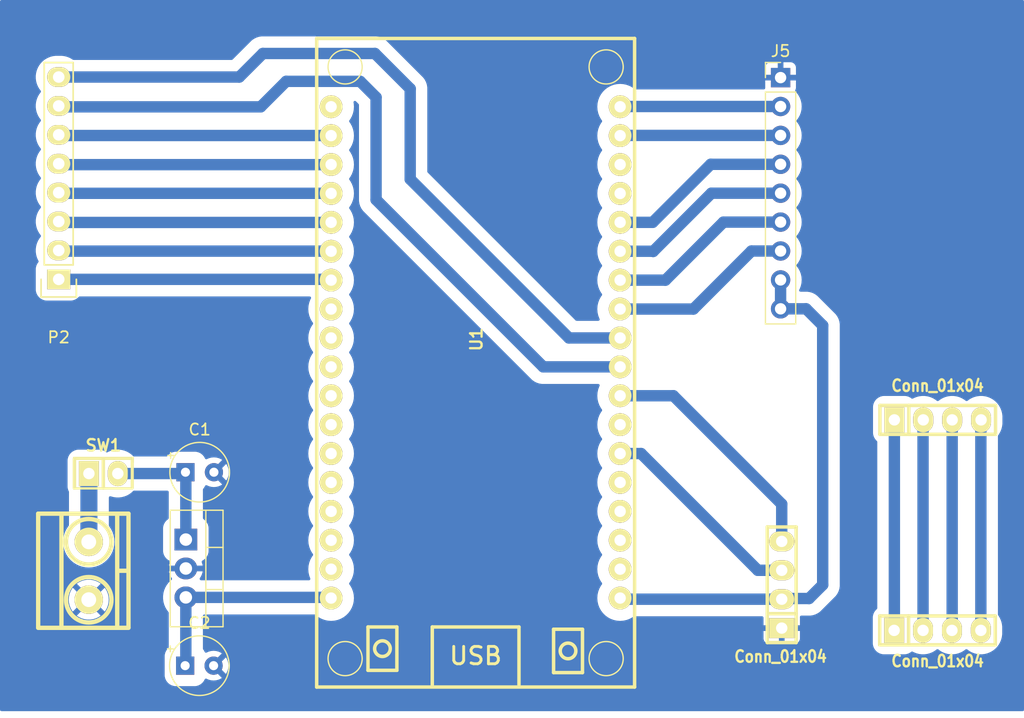
<source format=kicad_pcb>
(kicad_pcb (version 20240108) (generator "pcbnew") (generator_version "8.0")
  (layers (0 "F.Cu" signal) (31 "B.Cu" signal) (34 "B.Paste" user) (35 "F.Paste" user) (36 "B.SilkS" user "B.Silkscreen") (37 "F.SilkS" user "F.Silkscreen") (38 "B.Mask" user) (39 "F.Mask" user) (44 "Edge.Cuts" user))
  (net 0 "")
  (net 1 "Net-(J1-Pin_4)")
  (net 2 "Net-(J1-Pin_2)")
  (net 3 "Net-(J1-Pin_3)")
  (net 4 "Net-(J1-Pin_1)")
  (net 5 "SCK(HX711)")
  (net 6 "D(HX711)")
  (net 7 "GND")
  (net 8 "+3.3V")
  (net 9 "SDI(MOSI)")
  (net 10 "SCK")
  (net 11 "CS")
  (net 12 "RST")
  (net 13 "D{slash}C")
  (net 14 "D6")
  (net 15 "D5")
  (net 16 "D4")
  (net 17 "D1")
  (net 18 "D7")
  (net 19 "D2")
  (net 20 "D3")
  (net 21 "D8")
  (net 22 "VCC")
  (net 23 "Net-(U1-VIN)")
  (net 40 "SDI(MISO)")
  (net 43 "Net-(U2-IN)")
  (footprint "EESTN5:pin_strip_4" (layer "F.Cu") (at 197.41 114.4)
    (property "Reference" "J1" (hide yes))
    (property "Value" "Conn_01x04" (at -0.01 -3 0) (layer "F.SilkS") (effects (font (size 1.016 0.889) (thickness 0.2032))))
    (fp_line (start -5.08 -1.27) (end 5.08 -1.27) (stroke (width 0.3048)) (layer "F.SilkS"))
    (fp_line (start -5.08 1.27) (end -5.08 -1.27) (stroke (width 0.3048)) (layer "F.SilkS"))
    (fp_line (start -2.54 -1.27) (end -2.54 1.27) (stroke (width 0.3048)) (layer "F.SilkS"))
    (fp_line (start 5.08 -1.27) (end 5.08 1.27) (stroke (width 0.3048)) (layer "F.SilkS"))
    (fp_line (start 5.08 1.27) (end -5.08 1.27) (stroke (width 0.3048)) (layer "F.SilkS"))
    (pad "1" thru_hole rect (at -3.81 0) (size 1.75 2.2) (drill 1.00076) (layers "*.Cu" "*.Mask" "F.SilkS") (net 4 "Net-(J1-Pin_1)"))
    (pad "2" thru_hole oval (at -1.27 0) (size 1.75 2.2) (drill 1.00076) (layers "*.Cu" "*.Mask" "F.SilkS") (net 2 "Net-(J1-Pin_2)"))
    (pad "3" thru_hole oval (at 1.27 0) (size 1.75 2.2) (drill 1.00076) (layers "*.Cu" "*.Mask" "F.SilkS") (net 3 "Net-(J1-Pin_3)"))
    (pad "4" thru_hole oval (at 3.81 0) (size 1.75 2.2) (drill 1.00076) (layers "*.Cu" "*.Mask" "F.SilkS") (net 1 "Net-(J1-Pin_4)"))
  )
  (footprint "Package_TO_SOT_THT:TO-220-3_Vertical" (layer "F.Cu") (at 131.33125 124.92 -90)
    (property "Reference" "U2" (hide yes))
    (property "Value" "L7805")
    (fp_line (start -2.58 1.371) (end 7.66 1.371) (stroke (width 0.12)) (layer "F.SilkS"))
    (fp_line (start -2.58 -1.76) (end 7.66 -1.76) (stroke (width 0.12)) (layer "F.SilkS"))
    (fp_line (start -2.58 -3.27) (end -2.58 1.371) (stroke (width 0.12)) (layer "F.SilkS"))
    (fp_line (start -2.58 -3.27) (end 7.66 -3.27) (stroke (width 0.12)) (layer "F.SilkS"))
    (fp_line (start 0.69 -3.27) (end 0.69 -1.76) (stroke (width 0.12)) (layer "F.SilkS"))
    (fp_line (start 4.391 -3.27) (end 4.391 -1.76) (stroke (width 0.12)) (layer "F.SilkS"))
    (fp_line (start 7.66 -3.27) (end 7.66 1.371) (stroke (width 0.12)) (layer "F.SilkS"))
    (pad "1" thru_hole rect (at 0 0 270) (size 1.905 2) (drill 1.1) (layers "*.Cu" "*.Mask") (net 43 "Net-(U2-IN)"))
    (pad "2" thru_hole oval (at 2.54 0 270) (size 1.905 2) (drill 1.1) (layers "*.Cu" "*.Mask") (net 7 "GND"))
    (pad "3" thru_hole oval (at 5.08 0 270) (size 1.905 2) (drill 1.1) (layers "*.Cu" "*.Mask") (net 23 "Net-(U1-VIN)"))
  )
  (footprint "Capacitor_THT:CP_Radial_Tantal_D5.0mm_P2.50mm" (layer "F.Cu") (at 131.271138 136)
    (property "Reference" "C2" (at 1.25 -3.75 360) (layer "F.SilkS"))
    (property "Value" "C")
    (fp_line (start -1.554775 -1.475) (end -1.054775 -1.475) (stroke (width 0.12)) (layer "F.SilkS"))
    (fp_line (start -1.304775 -1.725) (end -1.304775 -1.225) (stroke (width 0.12)) (layer "F.SilkS"))
    (fp_circle (center 1.25 0) (end 3.87 0) (stroke (width 0.12)) (fill none) (layer "F.SilkS"))
    (pad "1" thru_hole rect (at 0 0) (size 1.6 1.6) (drill 0.8) (layers "*.Cu" "*.Mask") (net 23 "Net-(U1-VIN)"))
    (pad "2" thru_hole circle (at 2.5 0) (size 1.6 1.6) (drill 0.8) (layers "*.Cu" "*.Mask") (net 7 "GND"))
  )
  (footprint "EESTN5:pin_strip_4" (layer "F.Cu") (at 183.7 128.89 90)
    (property "Reference" "J3" (hide yes))
    (property "Value" "Conn_01x04" (at -6.31 -0.1 0) (layer "F.SilkS") (effects (font (size 1.016 0.889) (thickness 0.2032))))
    (fp_line (start 5.08 -1.27) (end 5.08 1.27) (stroke (width 0.3048)) (layer "F.SilkS"))
    (fp_line (start -2.54 -1.27) (end -2.54 1.27) (stroke (width 0.3048)) (layer "F.SilkS"))
    (fp_line (start -5.08 -1.27) (end 5.08 -1.27) (stroke (width 0.3048)) (layer "F.SilkS"))
    (fp_line (start 5.08 1.27) (end -5.08 1.27) (stroke (width 0.3048)) (layer "F.SilkS"))
    (fp_line (start -5.08 1.27) (end -5.08 -1.27) (stroke (width 0.3048)) (layer "F.SilkS"))
    (pad "1" thru_hole rect (at -3.81 0 90) (size 1.75 2.2) (drill 1.00076) (layers "*.Cu" "*.Mask" "F.SilkS") (net 7 "GND"))
    (pad "2" thru_hole oval (at -1.27 0 90) (size 1.75 2.2) (drill 1.00076) (layers "*.Cu" "*.Mask" "F.SilkS") (net 8 "+3.3V"))
    (pad "3" thru_hole oval (at 1.27 0 90) (size 1.75 2.2) (drill 1.00076) (layers "*.Cu" "*.Mask" "F.SilkS") (net 5 "SCK(HX711)"))
    (pad "4" thru_hole oval (at 3.81 0 90) (size 1.75 2.2) (drill 1.00076) (layers "*.Cu" "*.Mask" "F.SilkS") (net 6 "D(HX711)"))
  )
  (footprint "EESTN5:Pin_Header_Straight_1x08" (layer "F.Cu") (at 120.16 102.05 180)
    (property "Reference" "P2" (at 0 -5.1 0) (layer "F.SilkS"))
    (property "Value" "Tablero")
    (fp_line (start 1.55 -1.55) (end 1.55 0) (stroke (width 0.15)) (layer "F.SilkS"))
    (fp_line (start 1.27 19.05) (end -1.27 19.05) (stroke (width 0.15)) (layer "F.SilkS"))
    (fp_line (start 1.27 1.27) (end 1.27 19.05) (stroke (width 0.15)) (layer "F.SilkS"))
    (fp_line (start 1.27 1.27) (end -1.27 1.27) (stroke (width 0.15)) (layer "F.SilkS"))
    (fp_line (start -1.27 19.05) (end -1.27 1.27) (stroke (width 0.15)) (layer "F.SilkS"))
    (fp_line (start -1.55 0) (end -1.55 -1.55) (stroke (width 0.15)) (layer "F.SilkS"))
    (fp_line (start -1.55 -1.55) (end 1.55 -1.55) (stroke (width 0.15)) (layer "F.SilkS"))
    (pad "1" thru_hole rect (at 0 0 180) (size 2.032 1.7272) (drill 1.016) (layers "*.Cu" "*.Mask" "F.SilkS") (net 17 "D1"))
    (pad "2" thru_hole oval (at 0 2.54 180) (size 2.032 1.7272) (drill 1.016) (layers "*.Cu" "*.Mask" "F.SilkS") (net 19 "D2"))
    (pad "3" thru_hole oval (at 0 5.08 180) (size 2.032 1.7272) (drill 1.016) (layers "*.Cu" "*.Mask" "F.SilkS") (net 20 "D3"))
    (pad "4" thru_hole oval (at 0 7.62 180) (size 2.032 1.7272) (drill 1.016) (layers "*.Cu" "*.Mask" "F.SilkS") (net 16 "D4"))
    (pad "5" thru_hole oval (at 0 10.16 180) (size 2.032 1.7272) (drill 1.016) (layers "*.Cu" "*.Mask" "F.SilkS") (net 15 "D5"))
    (pad "6" thru_hole oval (at 0 12.7 180) (size 2.032 1.7272) (drill 1.016) (layers "*.Cu" "*.Mask" "F.SilkS") (net 14 "D6"))
    (pad "7" thru_hole oval (at 0 15.24 180) (size 2.032 1.7272) (drill 1.016) (layers "*.Cu" "*.Mask" "F.SilkS") (net 18 "D7"))
    (pad "8" thru_hole oval (at 0 17.78 180) (size 2.032 1.7272) (drill 1.016) (layers "*.Cu" "*.Mask" "F.SilkS") (net 21 "D8"))
  )
  (footprint "EESTN5:BORNERA2_AZUL" (layer "F.Cu") (at 122.8 127.66 90)
    (property "Reference" "J4" (hide yes))
    (property "Value" "TB_1X2" (hide yes))
    (fp_line (start 5.0165 -4.445) (end -4.9835 -4.445) (stroke (width 0.381)) (layer "F.SilkS"))
    (fp_line (start -5.0165 -4.445) (end -5.0165 3.4925) (stroke (width 0.381)) (layer "F.SilkS"))
    (fp_line (start -5 -2.4) (end 5 -2.4) (stroke (width 0.381)) (layer "F.SilkS"))
    (fp_line (start -5 2.5) (end 5 2.5) (stroke (width 0.381)) (layer "F.SilkS"))
    (fp_line (start 0 2.54) (end 0 3.4845) (stroke (width 0.381)) (layer "F.SilkS"))
    (fp_line (start 5.0165 3.4925) (end 5.0165 -4.445) (stroke (width 0.381)) (layer "F.SilkS"))
    (fp_line (start -4.9835 3.4925) (end 5.0165 3.4925) (stroke (width 0.381)) (layer "F.SilkS"))
    (fp_circle (center 2.55 0) (end 0.55 0) (stroke (width 0.381)) (fill none) (layer "F.SilkS"))
    (fp_circle (center -2.55 0) (end -0.55 0) (stroke (width 0.381)) (fill none) (layer "F.SilkS"))
    (pad "1" thru_hole circle (at -2.54 0 90) (size 2.5 2.5) (drill 1.3) (layers "*.Cu" "*.Mask" "F.SilkS") (net 7 "GND"))
    (pad "2" thru_hole circle (at 2.54 0 90) (size 2.5 2.5) (drill 1.3) (layers "*.Cu" "*.Mask" "F.SilkS") (net 22 "VCC"))
  )
  (footprint "EESTN5:ESP32_DEVKIT_V1_DOIT" (layer "F.Cu") (at 156.8 107.2 -90)
    (property "Reference" "U1" (at 0.127 -0.0635 90) (layer "F.SilkS") (effects (font (size 1.016 1.016) (thickness 0.2032))))
    (property "Value" "ESP32_DevKit_V1_DOIT" (hide yes))
    (fp_line (start -26.32 13.97) (end 30.68 13.97) (stroke (width 0.3048)) (layer "F.SilkS"))
    (fp_line (start 30.68 13.97) (end 30.68 -13.97) (stroke (width 0.3048)) (layer "F.SilkS"))
    (fp_line (start 25.4 9.46) (end 25.4 6.92) (stroke (width 0.3048)) (layer "F.SilkS"))
    (fp_line (start 29.21 9.46) (end 25.4 9.46) (stroke (width 0.3048)) (layer "F.SilkS"))
    (fp_line (start 25.4 6.92) (end 29.21 6.92) (stroke (width 0.3048)) (layer "F.SilkS"))
    (fp_line (start 29.21 6.92) (end 29.21 9.46) (stroke (width 0.3048)) (layer "F.SilkS"))
    (fp_line (start 25.4 3.81) (end 30.48 3.81) (stroke (width 0.3048)) (layer "F.SilkS"))
    (fp_line (start 25.4 -3.81) (end 25.4 3.81) (stroke (width 0.3048)) (layer "F.SilkS"))
    (fp_line (start 30.48 -3.81) (end 25.4 -3.81) (stroke (width 0.3048)) (layer "F.SilkS"))
    (fp_line (start 25.6 -6.85) (end 29.41 -6.85) (stroke (width 0.3048)) (layer "F.SilkS"))
    (fp_line (start 29.41 -6.85) (end 29.41 -9.39) (stroke (width 0.3048)) (layer "F.SilkS"))
    (fp_line (start 25.6 -9.39) (end 25.6 -6.85) (stroke (width 0.3048)) (layer "F.SilkS"))
    (fp_line (start 29.41 -9.39) (end 25.6 -9.39) (stroke (width 0.3048)) (layer "F.SilkS"))
    (fp_line (start -26.32 -13.97) (end -26.32 13.97) (stroke (width 0.3048)) (layer "F.SilkS"))
    (fp_line (start -26.32 -13.97) (end 30.68 -13.97) (stroke (width 0.3048)) (layer "F.SilkS"))
    (fp_circle (center -23.82 11.47) (end -22.32 11.47) (stroke (width 0.12)) (fill none) (layer "F.SilkS"))
    (fp_circle (center 28.18 11.47) (end 29.68 11.47) (stroke (width 0.12)) (fill none) (layer "F.SilkS"))
    (fp_circle (center 27.305 8.19) (end 27.8765 8.571) (stroke (width 0.3048)) (fill none) (layer "F.SilkS"))
    (fp_circle (center 27.505 -8.12) (end 28.0765 -7.739) (stroke (width 0.3048)) (fill none) (layer "F.SilkS"))
    (fp_circle (center -23.82 -11.47) (end -22.32 -11.47) (stroke (width 0.12)) (fill none) (layer "F.SilkS"))
    (fp_circle (center 28.18 -11.47) (end 29.68 -11.47) (stroke (width 0.12)) (fill none) (layer "F.SilkS"))
    (fp_text user "USB" (at 27.94 0 0) (layer "F.SilkS") (effects (font (size 1.524 1.524) (thickness 0.254))))
    (pad "1" thru_hole circle (at -20.32 12.7 90) (size 2 2) (drill 1) (layers "*.Cu" "*.Mask" "F.SilkS"))
    (pad "2" thru_hole circle (at -17.78 12.7 90) (size 2 2) (drill 1) (layers "*.Cu" "*.Mask" "F.SilkS") (net 14 "D6"))
    (pad "3" thru_hole circle (at -15.24 12.7 90) (size 2 2) (drill 1) (layers "*.Cu" "*.Mask" "F.SilkS") (net 15 "D5"))
    (pad "4" thru_hole circle (at -12.7 12.7 90) (size 2 2) (drill 1) (layers "*.Cu" "*.Mask" "F.SilkS") (net 16 "D4"))
    (pad "5" thru_hole circle (at -10.16 12.7 90) (size 2 2) (drill 1) (layers "*.Cu" "*.Mask" "F.SilkS") (net 20 "D3"))
    (pad "6" thru_hole circle (at -7.62 12.7 90) (size 2 2) (drill 1) (layers "*.Cu" "*.Mask" "F.SilkS") (net 19 "D2"))
    (pad "7" thru_hole circle (at -5.08 12.7 90) (size 2 2) (drill 1) (layers "*.Cu" "*.Mask" "F.SilkS") (net 17 "D1"))
    (pad "8" thru_hole circle (at -2.54 12.7 90) (size 2 2) (drill 1) (layers "*.Cu" "*.Mask" "F.SilkS"))
    (pad "9" thru_hole circle (at 0 12.7 90) (size 2 2) (drill 1) (layers "*.Cu" "*.Mask" "F.SilkS"))
    (pad "10" thru_hole circle (at 2.54 12.7 90) (size 2 2) (drill 1) (layers "*.Cu" "*.Mask" "F.SilkS"))
    (pad "11" thru_hole circle (at 5.08 12.7 90) (size 2 2) (drill 1) (layers "*.Cu" "*.Mask" "F.SilkS"))
    (pad "12" thru_hole circle (at 7.62 12.7 90) (size 2 2) (drill 1) (layers "*.Cu" "*.Mask" "F.SilkS"))
    (pad "13" thru_hole circle (at 10.16 12.7 90) (size 2 2) (drill 1) (layers "*.Cu" "*.Mask" "F.SilkS"))
    (pad "14" thru_hole circle (at 12.7 12.7 90) (size 2 2) (drill 1) (layers "*.Cu" "*.Mask" "F.SilkS"))
    (pad "15" thru_hole circle (at 15.24 12.7 90) (size 2 2) (drill 1) (layers "*.Cu" "*.Mask" "F.SilkS"))
    (pad "16" thru_hole circle (at 17.78 12.7 90) (size 2 2) (drill 1) (layers "*.Cu" "*.Mask" "F.SilkS"))
    (pad "17" thru_hole circle (at 20.32 12.7 90) (size 2 2) (drill 1) (layers "*.Cu" "*.Mask" "F.SilkS"))
    (pad "18" thru_hole circle (at 22.86 12.7 90) (size 2 2) (drill 1) (layers "*.Cu" "*.Mask" "F.SilkS") (net 23 "Net-(U1-VIN)"))
    (pad "19" thru_hole circle (at 22.86 -12.7 90) (size 2 2) (drill 1) (layers "*.Cu" "*.Mask" "F.SilkS") (net 8 "+3.3V"))
    (pad "20" thru_hole circle (at 20.32 -12.7 90) (size 2 2) (drill 1) (layers "*.Cu" "*.Mask" "F.SilkS"))
    (pad "21" thru_hole circle (at 17.78 -12.7 90) (size 2 2) (drill 1) (layers "*.Cu" "*.Mask" "F.SilkS"))
    (pad "22" thru_hole circle (at 15.24 -12.7 90) (size 2 2) (drill 1) (layers "*.Cu" "*.Mask" "F.SilkS"))
    (pad "23" thru_hole circle (at 12.7 -12.7 90) (size 2 2) (drill 1) (layers "*.Cu" "*.Mask" "F.SilkS"))
    (pad "24" thru_hole circle (at 10.16 -12.7 90) (size 2 2) (drill 1) (layers "*.Cu" "*.Mask" "F.SilkS") (net 5 "SCK(HX711)"))
    (pad "25" thru_hole circle (at 7.62 -12.7 90) (size 2 2) (drill 1) (layers "*.Cu" "*.Mask" "F.SilkS"))
    (pad "26" thru_hole circle (at 5.08 -12.7 90) (size 2 2) (drill 1) (layers "*.Cu" "*.Mask" "F.SilkS") (net 6 "D(HX711)"))
    (pad "27" thru_hole circle (at 2.54 -12.7 90) (size 2 2) (drill 1) (layers "*.Cu" "*.Mask" "F.SilkS") (net 18 "D7"))
    (pad "28" thru_hole circle (at 0 -12.7 90) (size 2 2) (drill 1) (layers "*.Cu" "*.Mask" "F.SilkS") (net 21 "D8"))
    (pad "29" thru_hole circle (at -2.54 -12.7 90) (size 2 2) (drill 1) (layers "*.Cu" "*.Mask" "F.SilkS") (net 11 "CS"))
    (pad "30" thru_hole circle (at -5.08 -12.7 90) (size 2 2) (drill 1) (layers "*.Cu" "*.Mask" "F.SilkS") (net 10 "SCK"))
    (pad "31" thru_hole circle (at -7.62 -12.7 90) (size 2 2) (drill 1) (layers "*.Cu" "*.Mask" "F.SilkS") (net 40 "SDI(MISO)"))
    (pad "32" thru_hole circle (at -10.16 -12.7 90) (size 2 2) (drill 1) (layers "*.Cu" "*.Mask" "F.SilkS") (net 12 "RST"))
    (pad "33" thru_hole circle (at -12.7 -12.7 90) (size 2 2) (drill 1) (layers "*.Cu" "*.Mask" "F.SilkS"))
    (pad "34" thru_hole circle (at -15.24 -12.7 90) (size 2 2) (drill 1) (layers "*.Cu" "*.Mask" "F.SilkS"))
    (pad "35" thru_hole circle (at -17.78 -12.7 90) (size 2 2) (drill 1) (layers "*.Cu" "*.Mask" "F.SilkS") (net 13 "D{slash}C"))
    (pad "36" thru_hole circle (at -20.32 -12.7 90) (size 2 2) (drill 1) (layers "*.Cu" "*.Mask" "F.SilkS") (net 9 "SDI(MOSI)"))
  )
  (footprint "EESTN5:pin_strip_4" (layer "F.Cu") (at 197.39 132.9)
    (property "Reference" "J2" (hide yes))
    (property "Value" "Conn_01x04" (at 0.01 2.7 0) (layer "F.SilkS") (effects (font (size 1.016 0.889) (thickness 0.2032))))
    (fp_line (start -5.08 -1.27) (end 5.08 -1.27) (stroke (width 0.3048)) (layer "F.SilkS"))
    (fp_line (start -5.08 1.27) (end -5.08 -1.27) (stroke (width 0.3048)) (layer "F.SilkS"))
    (fp_line (start -2.54 -1.27) (end -2.54 1.27) (stroke (width 0.3048)) (layer "F.SilkS"))
    (fp_line (start 5.08 -1.27) (end 5.08 1.27) (stroke (width 0.3048)) (layer "F.SilkS"))
    (fp_line (start 5.08 1.27) (end -5.08 1.27) (stroke (width 0.3048)) (layer "F.SilkS"))
    (pad "1" thru_hole rect (at -3.81 0) (size 1.75 2.2) (drill 1.00076) (layers "*.Cu" "*.Mask" "F.SilkS") (net 4 "Net-(J1-Pin_1)"))
    (pad "2" thru_hole oval (at -1.27 0) (size 1.75 2.2) (drill 1.00076) (layers "*.Cu" "*.Mask" "F.SilkS") (net 2 "Net-(J1-Pin_2)"))
    (pad "3" thru_hole oval (at 1.27 0) (size 1.75 2.2) (drill 1.00076) (layers "*.Cu" "*.Mask" "F.SilkS") (net 3 "Net-(J1-Pin_3)"))
    (pad "4" thru_hole oval (at 3.81 0) (size 1.75 2.2) (drill 1.00076) (layers "*.Cu" "*.Mask" "F.SilkS") (net 1 "Net-(J1-Pin_4)"))
  )
  (footprint "EESTN5:Pin_Header_2" (layer "F.Cu") (at 124.0832 118.8)
    (property "Reference" "SW1" (at 0 -2.159 0) (layer "F.SilkS") (effects (font (size 1.016 1.016) (thickness 0.2032))))
    (property "Value" "SW_Push" (hide yes))
    (fp_line (start -2.6035 -0.889) (end -2.6035 -1.0795) (stroke (width 0.15)) (layer "F.SilkS"))
    (fp_line (start -2.54 -0.9525) (end 2.54 -0.9525) (stroke (width 0.15)) (layer "F.SilkS"))
    (fp_line (start -2.54 1.5875) (end -2.54 -0.9525) (stroke (width 0.3048)) (layer "F.SilkS"))
    (fp_line (start 0 -0.9525) (end 0 1.5875) (stroke (width 0.3048)) (layer "F.SilkS"))
    (fp_line (start 2.4765 -1.016) (end 2.4765 1.5875) (stroke (width 0.15)) (layer "F.SilkS"))
    (fp_line (start 2.54 1.5875) (end -2.54 1.5875) (stroke (width 0.15)) (layer "F.SilkS"))
    (fp_line (start 2.54 1.651) (end -2.6035 1.651) (stroke (width 0.15)) (layer "F.SilkS"))
    (fp_line (start 2.54 1.651) (end 2.54 -1.016) (stroke (width 0.15)) (layer "F.SilkS"))
    (fp_line (start 2.6035 -1.0795) (end -2.54 -1.0795) (stroke (width 0.15)) (layer "F.SilkS"))
    (fp_line (start 2.6035 -1.0795) (end 2.6035 -0.6985) (stroke (width 0.15)) (layer "F.SilkS"))
    (fp_line (start 2.6035 1.5875) (end 2.6035 -0.9525) (stroke (width 0.15)) (layer "F.SilkS"))
    (pad "1" thru_hole rect (at -1.27 0.3175) (size 1.75 2.19964) (drill 1.00076) (layers "*.Cu" "*.Mask" "F.SilkS") (net 22 "VCC"))
    (pad "2" thru_hole oval (at 1.27 0.3175) (size 1.75 2.19964) (drill 1.00076) (layers "*.Cu" "*.Mask" "F.SilkS") (net 43 "Net-(U2-IN)"))
  )
  (footprint "Connector_PinHeader_2.54mm:PinHeader_1x09_P2.54mm_Vertical" (layer "F.Cu") (at 183.6 84.32)
    (property "Reference" "J5" (at 0 -2.33 0) (layer "F.SilkS"))
    (property "Value" "ILI9341")
    (fp_line (start -1.33 -1.33) (end 0 -1.33) (stroke (width 0.12)) (layer "F.SilkS"))
    (fp_line (start -1.33 0) (end -1.33 -1.33) (stroke (width 0.12)) (layer "F.SilkS"))
    (fp_line (start -1.33 1.27) (end -1.33 21.65) (stroke (width 0.12)) (layer "F.SilkS"))
    (fp_line (start -1.33 1.27) (end 1.33 1.27) (stroke (width 0.12)) (layer "F.SilkS"))
    (fp_line (start -1.33 21.65) (end 1.33 21.65) (stroke (width 0.12)) (layer "F.SilkS"))
    (fp_line (start 1.33 1.27) (end 1.33 21.65) (stroke (width 0.12)) (layer "F.SilkS"))
    (pad "1" thru_hole rect (at 0 0) (size 1.7 1.7) (drill 1) (layers "*.Cu" "*.Mask") (net 7 "GND"))
    (pad "2" thru_hole oval (at 0 2.54) (size 1.7 1.7) (drill 1) (layers "*.Cu" "*.Mask") (net 9 "SDI(MOSI)"))
    (pad "3" thru_hole oval (at 0 5.08) (size 1.7 1.7) (drill 1) (layers "*.Cu" "*.Mask") (net 13 "D{slash}C"))
    (pad "4" thru_hole oval (at 0 7.62) (size 1.7 1.7) (drill 1) (layers "*.Cu" "*.Mask") (net 12 "RST"))
    (pad "5" thru_hole oval (at 0 10.16) (size 1.7 1.7) (drill 1) (layers "*.Cu" "*.Mask") (net 40 "SDI(MISO)"))
    (pad "6" thru_hole oval (at 0 12.7) (size 1.7 1.7) (drill 1) (layers "*.Cu" "*.Mask") (net 10 "SCK"))
    (pad "7" thru_hole oval (at 0 15.24) (size 1.7 1.7) (drill 1) (layers "*.Cu" "*.Mask") (net 11 "CS"))
    (pad "8" thru_hole oval (at 0 17.78) (size 1.7 1.7) (drill 1) (layers "*.Cu" "*.Mask") (net 8 "+3.3V"))
    (pad "9" thru_hole oval (at 0 20.32) (size 1.7 1.7) (drill 1) (layers "*.Cu" "*.Mask") (net 8 "+3.3V"))
  )
  (footprint "Capacitor_THT:CP_Radial_Tantal_D5.0mm_P2.50mm" (layer "F.Cu") (at 131.3 119)
    (property "Reference" "C1" (at 1.25 -3.75 360) (layer "F.SilkS"))
    (property "Value" "C")
    (fp_line (start -1.554775 -1.475) (end -1.054775 -1.475) (stroke (width 0.12)) (layer "F.SilkS"))
    (fp_line (start -1.304775 -1.725) (end -1.304775 -1.225) (stroke (width 0.12)) (layer "F.SilkS"))
    (fp_circle (center 1.25 0) (end 3.87 0) (stroke (width 0.12)) (fill none) (layer "F.SilkS"))
    (pad "1" thru_hole rect (at 0 0) (size 1.6 1.6) (drill 0.8) (layers "*.Cu" "*.Mask") (net 43 "Net-(U2-IN)"))
    (pad "2" thru_hole circle (at 2.5 0) (size 1.6 1.6) (drill 0.8) (layers "*.Cu" "*.Mask") (net 7 "GND"))
  )
  (segment (start 201.2 132.9) (end 201.2 114.42) (width 1) (layer "B.Cu") (net 1))
  (segment (start 201.2 114.42) (end 201.22 114.4) (width 1) (layer "B.Cu") (net 1))
  (segment (start 196.12 114.42) (end 196.14 114.4) (width 1) (layer "B.Cu") (net 2))
  (segment (start 196.12 132.9) (end 196.12 114.42) (width 1) (layer "B.Cu") (net 2))
  (segment (start 198.68 132.88) (end 198.66 132.9) (width 1) (layer "B.Cu") (net 3))
  (segment (start 198.68 114.4) (end 198.68 132.88) (width 1) (layer "B.Cu") (net 3))
  (segment (start 193.6 114.4) (end 193.6 132.88) (width 1) (layer "B.Cu") (net 4))
  (segment (start 193.6 132.88) (end 193.58 132.9) (width 1) (layer "B.Cu") (net 4))
  (segment (start 171.34 117.36) (end 181.6 127.62) (width 1) (layer "B.Cu") (net 5))
  (segment (start 169.5 117.36) (end 171.34 117.36) (width 1) (layer "B.Cu") (net 5))
  (segment (start 181.6 127.62) (end 183.7 127.62) (width 1) (layer "B.Cu") (net 5))
  (segment (start 174.18 112.28) (end 169.5 112.28) (width 1) (layer "B.Cu") (net 6))
  (segment (start 183.7 125.08) (end 183.7 121.8) (width 1) (layer "B.Cu") (net 6))
  (segment (start 183.7 121.8) (end 174.18 112.28) (width 1) (layer "B.Cu") (net 6))
  (segment (start 183.6 84.32) (end 183.54 84.38) (width 1) (layer "B.Cu") (net 7))
  (segment (start 183.7 130.16) (end 169.6 130.16) (width 1) (layer "B.Cu") (net 8))
  (segment (start 183.6 102.1) (end 183.6 104.64) (width 1) (layer "B.Cu") (net 8))
  (segment (start 183.6 104.64) (end 185.84 104.64) (width 1) (layer "B.Cu") (net 8))
  (segment (start 169.6 130.16) (end 169.5 130.06) (width 1) (layer "B.Cu") (net 8))
  (segment (start 187.3 128.9) (end 186.1 130.1) (width 1) (layer "B.Cu") (net 8))
  (segment (start 185.84 104.64) (end 187.3 106.1) (width 1) (layer "B.Cu") (net 8))
  (segment (start 187.3 106.1) (end 187.3 128.9) (width 1) (layer "B.Cu") (net 8))
  (segment (start 186.1 130.1) (end 183.8 130.1) (width 1) (layer "B.Cu") (net 8))
  (segment (start 169.5 86.88) (end 169.52 86.86) (width 1) (layer "B.Cu") (net 9))
  (segment (start 169.52 86.86) (end 183.6 86.86) (width 1) (layer "B.Cu") (net 9))
  (segment (start 173.48 102.12) (end 178.58 97.02) (width 1) (layer "B.Cu") (net 10))
  (segment (start 178.58 97.02) (end 183.6 97.02) (width 1) (layer "B.Cu") (net 10))
  (segment (start 169.5 102.12) (end 173.48 102.12) (width 1) (layer "B.Cu") (net 10))
  (segment (start 169.5 104.66) (end 175.94 104.66) (width 1) (layer "B.Cu") (net 11))
  (segment (start 181.04 99.56) (end 183.6 99.56) (width 1) (layer "B.Cu") (net 11))
  (segment (start 175.94 104.66) (end 181.04 99.56) (width 1) (layer "B.Cu") (net 11))
  (segment (start 183.6 91.94) (end 183.34 92.2) (width 1) (layer "B.Cu") (net 12))
  (segment (start 172.36 97.04) (end 177.46 91.94) (width 1) (layer "B.Cu") (net 12))
  (segment (start 177.46 91.94) (end 183.6 91.94) (width 1) (layer "B.Cu") (net 12))
  (segment (start 169.5 97.04) (end 172.36 97.04) (width 1) (layer "B.Cu") (net 12))
  (segment (start 183.6 89.4) (end 183.48 89.52) (width 1) (layer "B.Cu") (net 13))
  (segment (start 183.6 89.4) (end 183.56 89.36) (width 1) (layer "B.Cu") (net 13))
  (segment (start 183.48 89.74) (end 183.6 89.62) (width 1) (layer "B.Cu") (net 13))
  (segment (start 183.6 89.62) (end 183.6 89.4) (width 1) (layer "B.Cu") (net 13))
  (segment (start 183.6 89.4) (end 169.52 89.4) (width 1) (layer "B.Cu") (net 13))
  (segment (start 169.52 89.4) (end 169.5 89.42) (width 1) (layer "B.Cu") (net 13))
  (segment (start 120.22 89.41) (end 144.09 89.41) (width 1) (layer "B.Cu") (net 14))
  (segment (start 144.09 89.41) (end 144.1 89.42) (width 1) (layer "B.Cu") (net 14))
  (segment (start 120.16 89.35) (end 120.22 89.41) (width 1) (layer "B.Cu") (net 14))
  (segment (start 144.09 91.97) (end 120.24 91.97) (width 1) (layer "B.Cu") (net 15))
  (segment (start 144.1 91.96) (end 144.09 91.97) (width 1) (layer "B.Cu") (net 15))
  (segment (start 120.24 91.97) (end 120.16 91.89) (width 1) (layer "B.Cu") (net 15))
  (segment (start 120.22 94.49) (end 144.09 94.49) (width 1) (layer "B.Cu") (net 16))
  (segment (start 144.09 94.49) (end 144.1 94.5) (width 1) (layer "B.Cu") (net 16))
  (segment (start 120.16 94.43) (end 120.22 94.49) (width 1) (layer "B.Cu") (net 16))
  (segment (start 144.03 102.05) (end 144.1 102.12) (width 1) (layer "B.Cu") (net 17))
  (segment (start 120.16 102.05) (end 144.03 102.05) (width 1) (layer "B.Cu") (net 17))
  (segment (start 162.74 109.74) (end 169.5 109.74) (width 1) (layer "B.Cu") (net 18))
  (segment (start 148.05 86.05) (end 148.05 95.05) (width 1) (layer "B.Cu") (net 18))
  (segment (start 137.91 86.89) (end 140.15 84.65) (width 1) (layer "B.Cu") (net 18))
  (segment (start 120.24 86.89) (end 137.91 86.89) (width 1) (layer "B.Cu") (net 18))
  (segment (start 148.05 95.05) (end 162.74 109.74) (width 1) (layer "B.Cu") (net 18))
  (segment (start 140.15 84.65) (end 146.65 84.65) (width 1) (layer "B.Cu") (net 18))
  (segment (start 146.65 84.65) (end 148.05 86.05) (width 1) (layer "B.Cu") (net 18))
  (segment (start 120.16 86.81) (end 120.24 86.89) (width 1) (layer "B.Cu") (net 18))
  (segment (start 120.22 99.57) (end 144.09 99.57) (width 1) (layer "B.Cu") (net 19))
  (segment (start 120.16 99.51) (end 120.22 99.57) (width 1) (layer "B.Cu") (net 19))
  (segment (start 144.09 99.57) (end 144.1 99.58) (width 1) (layer "B.Cu") (net 19))
  (segment (start 120.24 97.05) (end 120.16 96.97) (width 1) (layer "B.Cu") (net 20))
  (segment (start 144.1 97.04) (end 144.09 97.05) (width 1) (layer "B.Cu") (net 20))
  (segment (start 144.09 97.05) (end 120.24 97.05) (width 1) (layer "B.Cu") (net 20))
  (segment (start 151.05 85.3) (end 151.05 93.25) (width 1) (layer "B.Cu") (net 21))
  (segment (start 138.1 82.2) (end 147.95 82.2) (width 1) (layer "B.Cu") (net 21))
  (segment (start 151.05 93.25) (end 165 107.2) (width 1) (layer "B.Cu") (net 21))
  (segment (start 165 107.2) (end 169.5 107.2) (width 1) (layer "B.Cu") (net 21))
  (segment (start 147.95 82.2) (end 151.05 85.3) (width 1) (layer "B.Cu") (net 21))
  (segment (start 136.03 84.27) (end 138.1 82.2) (width 1) (layer "B.Cu") (net 21))
  (segment (start 120.16 84.27) (end 136.03 84.27) (width 1) (layer "B.Cu") (net 21))
  (segment (start 122.8132 118.8848) (end 122.8132 125.1068) (width 1.5) (layer "B.Cu") (net 22))
  (segment (start 122.8132 125.1068) (end 122.8 125.12) (width 1.5) (layer "B.Cu") (net 22))
  (segment (start 144.04 130) (end 144.1 130.06) (width 1) (layer "B.Cu") (net 23))
  (segment (start 131.33125 135.939888) (end 131.271138 136) (width 1) (layer "B.Cu") (net 23))
  (segment (start 131.33125 130) (end 131.33125 135.939888) (width 1) (layer "B.Cu") (net 23))
  (segment (start 131.33125 130) (end 144.04 130) (width 1) (layer "B.Cu") (net 23))
  (segment (start 172.4 99.6) (end 172.38 99.58) (width 1) (layer "B.Cu") (net 40))
  (segment (start 172.38 99.58) (end 169.5 99.58) (width 1) (layer "B.Cu") (net 40))
  (segment (start 177.52 94.48) (end 172.4 99.6) (width 1) (layer "B.Cu") (net 40))
  (segment (start 183.6 94.48) (end 177.52 94.48) (width 1) (layer "B.Cu") (net 40))
  (segment (start 131.1825 119.1175) (end 125.3532 119.1175) (width 1) (layer "B.Cu") (net 43))
  (segment (start 131.3 119) (end 131.1825 119.1175) (width 1) (layer "B.Cu") (net 43))
  (segment (start 131.33125 124.92) (end 131.33125 119.03125) (width 1) (layer "B.Cu") (net 43))
  (segment (start 131.33125 119.03125) (end 131.3 119) (width 1) (layer "B.Cu") (net 43))
  (zone (net 7) (net_name "GND") (layer "B.Cu") (connect_pads (clearance 1)) (min_thickness 0.25) (fill yes (thermal_gap 0.5) (thermal_bridge_width 0.5))
    (polygon (pts (xy 205 77.5) (xy 115 77.5) (xy 115 140) (xy 205 140)))
  )
)
</source>
